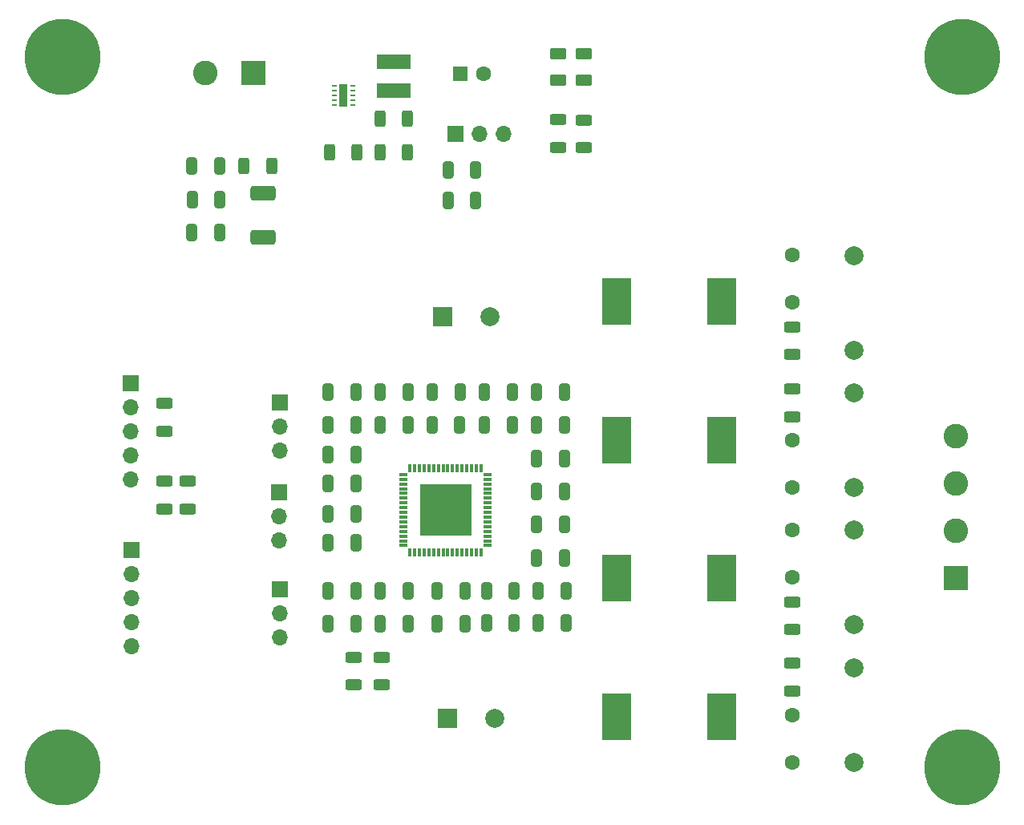
<source format=gbr>
%TF.GenerationSoftware,KiCad,Pcbnew,(6.0.0-rc1-314-g10be483430)*%
%TF.CreationDate,2021-12-05T00:45:44+01:00*%
%TF.ProjectId,ma12070p_amp_v1,6d613132-3037-4307-905f-616d705f7631,rev?*%
%TF.SameCoordinates,Original*%
%TF.FileFunction,Soldermask,Top*%
%TF.FilePolarity,Negative*%
%FSLAX46Y46*%
G04 Gerber Fmt 4.6, Leading zero omitted, Abs format (unit mm)*
G04 Created by KiCad (PCBNEW (6.0.0-rc1-314-g10be483430)) date 2021-12-05 00:45:44*
%MOMM*%
%LPD*%
G01*
G04 APERTURE LIST*
G04 Aperture macros list*
%AMRoundRect*
0 Rectangle with rounded corners*
0 $1 Rounding radius*
0 $2 $3 $4 $5 $6 $7 $8 $9 X,Y pos of 4 corners*
0 Add a 4 corners polygon primitive as box body*
4,1,4,$2,$3,$4,$5,$6,$7,$8,$9,$2,$3,0*
0 Add four circle primitives for the rounded corners*
1,1,$1+$1,$2,$3*
1,1,$1+$1,$4,$5*
1,1,$1+$1,$6,$7*
1,1,$1+$1,$8,$9*
0 Add four rect primitives between the rounded corners*
20,1,$1+$1,$2,$3,$4,$5,0*
20,1,$1+$1,$4,$5,$6,$7,0*
20,1,$1+$1,$6,$7,$8,$9,0*
20,1,$1+$1,$8,$9,$2,$3,0*%
G04 Aperture macros list end*
%ADD10RoundRect,0.250000X0.325000X0.650000X-0.325000X0.650000X-0.325000X-0.650000X0.325000X-0.650000X0*%
%ADD11R,1.700000X1.700000*%
%ADD12O,1.700000X1.700000*%
%ADD13RoundRect,0.250000X-0.325000X-0.650000X0.325000X-0.650000X0.325000X0.650000X-0.325000X0.650000X0*%
%ADD14C,1.600000*%
%ADD15RoundRect,0.250000X0.625000X-0.312500X0.625000X0.312500X-0.625000X0.312500X-0.625000X-0.312500X0*%
%ADD16R,0.500000X0.250000*%
%ADD17C,0.500000*%
%ADD18R,0.840000X2.400000*%
%ADD19C,2.000000*%
%ADD20R,2.000000X2.000000*%
%ADD21R,3.100000X5.000000*%
%ADD22RoundRect,0.250000X-0.625000X0.312500X-0.625000X-0.312500X0.625000X-0.312500X0.625000X0.312500X0*%
%ADD23C,8.000000*%
%ADD24RoundRect,0.250000X0.625000X-0.375000X0.625000X0.375000X-0.625000X0.375000X-0.625000X-0.375000X0*%
%ADD25R,1.600000X1.600000*%
%ADD26RoundRect,0.250000X0.312500X0.625000X-0.312500X0.625000X-0.312500X-0.625000X0.312500X-0.625000X0*%
%ADD27RoundRect,0.250000X-0.312500X-0.625000X0.312500X-0.625000X0.312500X0.625000X-0.312500X0.625000X0*%
%ADD28RoundRect,0.249999X1.075001X-0.512501X1.075001X0.512501X-1.075001X0.512501X-1.075001X-0.512501X0*%
%ADD29R,2.600000X2.600000*%
%ADD30C,2.600000*%
%ADD31RoundRect,0.075000X-0.075000X0.362500X-0.075000X-0.362500X0.075000X-0.362500X0.075000X0.362500X0*%
%ADD32RoundRect,0.075000X-0.362500X0.075000X-0.362500X-0.075000X0.362500X-0.075000X0.362500X0.075000X0*%
%ADD33R,5.450000X5.450000*%
%ADD34R,3.600000X1.500000*%
G04 APERTURE END LIST*
D10*
%TO.C,CF1B1*%
X146000000Y-109855000D03*
X143050000Y-109855000D03*
%TD*%
D11*
%TO.C,JP4*%
X138000000Y-86475000D03*
D12*
X138000000Y-89015000D03*
X138000000Y-91555000D03*
%TD*%
D13*
%TO.C,CF0A1*%
X159550000Y-85355000D03*
X162500000Y-85355000D03*
%TD*%
D14*
%TO.C,C7*%
X192100000Y-99940000D03*
X192100000Y-104940000D03*
%TD*%
D15*
%TO.C,RCLIP_ERROR_0*%
X167390000Y-59500000D03*
X167390000Y-56575000D03*
%TD*%
D14*
%TO.C,C11*%
X192100000Y-119440000D03*
X192100000Y-124440000D03*
%TD*%
D13*
%TO.C,CIN0*%
X128665000Y-61500000D03*
X131615000Y-61500000D03*
%TD*%
D16*
%TO.C,U2*%
X143745000Y-53025000D03*
X143745000Y-53525000D03*
X143745000Y-54025000D03*
X143745000Y-54525000D03*
X143745000Y-55025000D03*
X145645000Y-55025000D03*
X145645000Y-54525000D03*
X145645000Y-54025000D03*
X145645000Y-53525000D03*
X145645000Y-53025000D03*
D17*
X144695000Y-53075000D03*
D18*
X144695000Y-54025000D03*
D17*
X144695000Y-54975000D03*
X144695000Y-54025000D03*
%TD*%
D19*
%TO.C,C4*%
X198600000Y-85440000D03*
X198600000Y-95440000D03*
%TD*%
D10*
%TO.C,CPVDD0B3*%
X131640000Y-68500000D03*
X128690000Y-68500000D03*
%TD*%
D20*
%TO.C,CSUP2*%
X155632323Y-119855000D03*
D19*
X160632323Y-119855000D03*
%TD*%
D10*
%TO.C,CCREF0*%
X145975000Y-88855000D03*
X143025000Y-88855000D03*
%TD*%
D13*
%TO.C,COUTBUCK2*%
X155715000Y-61905000D03*
X158665000Y-61905000D03*
%TD*%
D15*
%TO.C,RIN0B1*%
X125750000Y-89500000D03*
X125750000Y-86575000D03*
%TD*%
D13*
%TO.C,CAPIN0A1*%
X143025000Y-95000000D03*
X145975000Y-95000000D03*
%TD*%
%TO.C,CAPIN0B1*%
X143025000Y-92000000D03*
X145975000Y-92000000D03*
%TD*%
D21*
%TO.C,L2*%
X184600000Y-75790000D03*
X173500000Y-75790000D03*
%TD*%
D22*
%TO.C,R3*%
X192100000Y-107515000D03*
X192100000Y-110440000D03*
%TD*%
%TO.C,RMUTE1*%
X148750000Y-113355000D03*
X148750000Y-116280000D03*
%TD*%
D23*
%TO.C,H2*%
X115000000Y-50000000D03*
%TD*%
D24*
%TO.C,CLIP_LED_0*%
X170080000Y-52400000D03*
X170080000Y-49600000D03*
%TD*%
D21*
%TO.C,L3*%
X184600000Y-90395000D03*
X173500000Y-90395000D03*
%TD*%
D22*
%TO.C,RCLK1*%
X128250000Y-94787500D03*
X128250000Y-97712500D03*
%TD*%
D23*
%TO.C,H4*%
X210000000Y-50000000D03*
%TD*%
D13*
%TO.C,CGD0N1*%
X165050000Y-92355000D03*
X168000000Y-92355000D03*
%TD*%
D21*
%TO.C,L5*%
X184600000Y-119605000D03*
X173500000Y-119605000D03*
%TD*%
D25*
%TO.C,COUTBUCK0*%
X156985000Y-51745000D03*
D14*
X159485000Y-51745000D03*
%TD*%
D22*
%TO.C,RIN1B1*%
X125750000Y-94787500D03*
X125750000Y-97712500D03*
%TD*%
D20*
%TO.C,CSUP1*%
X155132323Y-77355000D03*
D19*
X160132323Y-77355000D03*
%TD*%
D13*
%TO.C,CGD1N1*%
X159775000Y-109750000D03*
X162725000Y-109750000D03*
%TD*%
D26*
%TO.C,RB_FB2*%
X146120000Y-60000000D03*
X143195000Y-60000000D03*
%TD*%
D10*
%TO.C,CGD1N0*%
X168225000Y-109750000D03*
X165275000Y-109750000D03*
%TD*%
D11*
%TO.C,JP2*%
X156555000Y-58095000D03*
D12*
X159095000Y-58095000D03*
X161635000Y-58095000D03*
%TD*%
D21*
%TO.C,L4*%
X184600000Y-105000000D03*
X173500000Y-105000000D03*
%TD*%
D11*
%TO.C,JP3*%
X138000000Y-106225000D03*
D12*
X138000000Y-108765000D03*
X138000000Y-111305000D03*
%TD*%
D10*
%TO.C,CF0B0*%
X151500000Y-85355000D03*
X148550000Y-85355000D03*
%TD*%
D26*
%TO.C,RPVDD1*%
X137090000Y-61500000D03*
X134165000Y-61500000D03*
%TD*%
D22*
%TO.C,RENABLE1*%
X145750000Y-113355000D03*
X145750000Y-116280000D03*
%TD*%
D13*
%TO.C,CF1A0*%
X154550000Y-109855000D03*
X157500000Y-109855000D03*
%TD*%
%TO.C,COUTBUCK1*%
X155715000Y-65080000D03*
X158665000Y-65080000D03*
%TD*%
%TO.C,CCDC0*%
X165075000Y-102855000D03*
X168025000Y-102855000D03*
%TD*%
D10*
%TO.C,CGD0N0*%
X168000000Y-95855000D03*
X165050000Y-95855000D03*
%TD*%
D14*
%TO.C,C5*%
X192100000Y-90440000D03*
X192100000Y-95440000D03*
%TD*%
D10*
%TO.C,CPVDD0B1*%
X145975000Y-85355000D03*
X143025000Y-85355000D03*
%TD*%
D19*
%TO.C,C10*%
X198600000Y-114440000D03*
X198600000Y-124440000D03*
%TD*%
D13*
%TO.C,CIN1*%
X128715000Y-65000000D03*
X131665000Y-65000000D03*
%TD*%
D22*
%TO.C,R4*%
X192100000Y-114015000D03*
X192100000Y-116940000D03*
%TD*%
D19*
%TO.C,C9*%
X198585000Y-99940000D03*
X198585000Y-109940000D03*
%TD*%
D10*
%TO.C,CPVDD0A0*%
X156975000Y-88855000D03*
X154025000Y-88855000D03*
%TD*%
D13*
%TO.C,CFGD0*%
X165050000Y-85355000D03*
X168000000Y-85355000D03*
%TD*%
D27*
%TO.C,RB_PG0*%
X148537500Y-56500000D03*
X151462500Y-56500000D03*
%TD*%
D23*
%TO.C,H3*%
X115000000Y-125000000D03*
%TD*%
D14*
%TO.C,C1*%
X192100000Y-70902500D03*
X192100000Y-75902500D03*
%TD*%
D10*
%TO.C,CAPIN1A1*%
X145975000Y-98250000D03*
X143025000Y-98250000D03*
%TD*%
D15*
%TO.C,RCLIP_LED_0*%
X170080000Y-59537500D03*
X170080000Y-56612500D03*
%TD*%
D28*
%TO.C,LSUP0*%
X136190000Y-69000000D03*
X136190000Y-64325000D03*
%TD*%
D24*
%TO.C,ERROR_LED_0*%
X167390000Y-52452500D03*
X167390000Y-49652500D03*
%TD*%
D13*
%TO.C,CAPIN1B1*%
X143025000Y-101250000D03*
X145975000Y-101250000D03*
%TD*%
D11*
%TO.C,PAUDIO1*%
X122250000Y-84462500D03*
D12*
X122250000Y-87002500D03*
X122250000Y-89542500D03*
X122250000Y-92082500D03*
X122250000Y-94622500D03*
%TD*%
D10*
%TO.C,CF0B1*%
X151500000Y-88855000D03*
X148550000Y-88855000D03*
%TD*%
D23*
%TO.C,H1*%
X210000000Y-125000000D03*
%TD*%
D29*
%TO.C,J3*%
X135140000Y-51695000D03*
D30*
X130140000Y-51695000D03*
%TD*%
D13*
%TO.C,CGD1*%
X159775000Y-106355000D03*
X162725000Y-106355000D03*
%TD*%
D11*
%TO.C,PCTRL1*%
X122295000Y-102037500D03*
D12*
X122295000Y-104577500D03*
X122295000Y-107117500D03*
X122295000Y-109657500D03*
X122295000Y-112197500D03*
%TD*%
D10*
%TO.C,CPVDD1B0*%
X151500000Y-106355000D03*
X148550000Y-106355000D03*
%TD*%
D13*
%TO.C,CFDC0*%
X165075000Y-99355000D03*
X168025000Y-99355000D03*
%TD*%
D11*
%TO.C,JP1*%
X137887500Y-95960000D03*
D12*
X137887500Y-98500000D03*
X137887500Y-101040000D03*
%TD*%
D31*
%TO.C,U1*%
X159210000Y-93377500D03*
X158710000Y-93377500D03*
X158210000Y-93377500D03*
X157710000Y-93377500D03*
X157210000Y-93377500D03*
X156710000Y-93377500D03*
X156210000Y-93377500D03*
X155710000Y-93377500D03*
X155210000Y-93377500D03*
X154710000Y-93377500D03*
X154210000Y-93377500D03*
X153710000Y-93377500D03*
X153210000Y-93377500D03*
X152710000Y-93377500D03*
X152210000Y-93377500D03*
X151710000Y-93377500D03*
D32*
X151022500Y-94065000D03*
X151022500Y-94565000D03*
X151022500Y-95065000D03*
X151022500Y-95565000D03*
X151022500Y-96065000D03*
X151022500Y-96565000D03*
X151022500Y-97065000D03*
X151022500Y-97565000D03*
X151022500Y-98065000D03*
X151022500Y-98565000D03*
X151022500Y-99065000D03*
X151022500Y-99565000D03*
X151022500Y-100065000D03*
X151022500Y-100565000D03*
X151022500Y-101065000D03*
X151022500Y-101565000D03*
D31*
X151710000Y-102252500D03*
X152210000Y-102252500D03*
X152710000Y-102252500D03*
X153210000Y-102252500D03*
X153710000Y-102252500D03*
X154210000Y-102252500D03*
X154710000Y-102252500D03*
X155210000Y-102252500D03*
X155710000Y-102252500D03*
X156210000Y-102252500D03*
X156710000Y-102252500D03*
X157210000Y-102252500D03*
X157710000Y-102252500D03*
X158210000Y-102252500D03*
X158710000Y-102252500D03*
X159210000Y-102252500D03*
D32*
X159897500Y-101565000D03*
X159897500Y-101065000D03*
X159897500Y-100565000D03*
X159897500Y-100065000D03*
X159897500Y-99565000D03*
X159897500Y-99065000D03*
X159897500Y-98565000D03*
X159897500Y-98065000D03*
X159897500Y-97565000D03*
X159897500Y-97065000D03*
X159897500Y-96565000D03*
X159897500Y-96065000D03*
X159897500Y-95565000D03*
X159897500Y-95065000D03*
X159897500Y-94565000D03*
X159897500Y-94065000D03*
D33*
X155460000Y-97815000D03*
%TD*%
D29*
%TO.C,J2*%
X209380000Y-105000000D03*
D30*
X209380000Y-100000000D03*
X209380000Y-95000000D03*
X209380000Y-90000000D03*
%TD*%
D13*
%TO.C,CF1A1*%
X154550000Y-106355000D03*
X157500000Y-106355000D03*
%TD*%
D10*
%TO.C,CPVDD0B0*%
X157000000Y-85355000D03*
X154050000Y-85355000D03*
%TD*%
%TO.C,CGD0*%
X168000000Y-88855000D03*
X165050000Y-88855000D03*
%TD*%
%TO.C,CF1B0*%
X146000000Y-106355000D03*
X143050000Y-106355000D03*
%TD*%
D22*
%TO.C,R1*%
X192100000Y-78477500D03*
X192100000Y-81402500D03*
%TD*%
D34*
%TO.C,LBUCK0*%
X150000000Y-50450000D03*
X150000000Y-53500000D03*
%TD*%
D19*
%TO.C,C3*%
X198600000Y-70940000D03*
X198600000Y-80940000D03*
%TD*%
D13*
%TO.C,CF0A0*%
X159550000Y-88855000D03*
X162500000Y-88855000D03*
%TD*%
D10*
%TO.C,CPVDD1A0*%
X151500000Y-109855000D03*
X148550000Y-109855000D03*
%TD*%
D22*
%TO.C,R2*%
X192100000Y-85015000D03*
X192100000Y-87940000D03*
%TD*%
D27*
%TO.C,RB_FB1*%
X148537500Y-60000000D03*
X151462500Y-60000000D03*
%TD*%
D13*
%TO.C,CVGDC0*%
X165275000Y-106355000D03*
X168225000Y-106355000D03*
%TD*%
M02*

</source>
